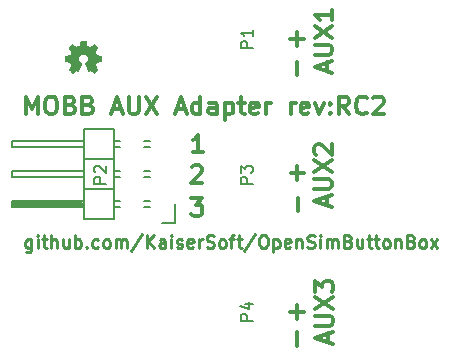
<source format=gbr>
G04 #@! TF.FileFunction,Legend,Top*
%FSLAX46Y46*%
G04 Gerber Fmt 4.6, Leading zero omitted, Abs format (unit mm)*
G04 Created by KiCad (PCBNEW 4.0.4-stable) date 01/15/17 13:56:54*
%MOMM*%
%LPD*%
G01*
G04 APERTURE LIST*
%ADD10C,0.100000*%
%ADD11C,0.275000*%
%ADD12C,0.300000*%
%ADD13C,0.150000*%
%ADD14C,0.002540*%
G04 APERTURE END LIST*
D10*
D11*
X232733333Y-145964286D02*
X232733333Y-146854762D01*
X232680952Y-146959524D01*
X232628571Y-147011905D01*
X232523810Y-147064286D01*
X232366667Y-147064286D01*
X232261905Y-147011905D01*
X232733333Y-146645238D02*
X232628571Y-146697619D01*
X232419048Y-146697619D01*
X232314286Y-146645238D01*
X232261905Y-146592857D01*
X232209524Y-146488095D01*
X232209524Y-146173810D01*
X232261905Y-146069048D01*
X232314286Y-146016667D01*
X232419048Y-145964286D01*
X232628571Y-145964286D01*
X232733333Y-146016667D01*
X233257143Y-146697619D02*
X233257143Y-145964286D01*
X233257143Y-145597619D02*
X233204762Y-145650000D01*
X233257143Y-145702381D01*
X233309524Y-145650000D01*
X233257143Y-145597619D01*
X233257143Y-145702381D01*
X233623810Y-145964286D02*
X234042858Y-145964286D01*
X233780953Y-145597619D02*
X233780953Y-146540476D01*
X233833334Y-146645238D01*
X233938096Y-146697619D01*
X234042858Y-146697619D01*
X234409524Y-146697619D02*
X234409524Y-145597619D01*
X234880952Y-146697619D02*
X234880952Y-146121429D01*
X234828571Y-146016667D01*
X234723809Y-145964286D01*
X234566667Y-145964286D01*
X234461905Y-146016667D01*
X234409524Y-146069048D01*
X235876190Y-145964286D02*
X235876190Y-146697619D01*
X235404762Y-145964286D02*
X235404762Y-146540476D01*
X235457143Y-146645238D01*
X235561905Y-146697619D01*
X235719047Y-146697619D01*
X235823809Y-146645238D01*
X235876190Y-146592857D01*
X236400000Y-146697619D02*
X236400000Y-145597619D01*
X236400000Y-146016667D02*
X236504762Y-145964286D01*
X236714285Y-145964286D01*
X236819047Y-146016667D01*
X236871428Y-146069048D01*
X236923809Y-146173810D01*
X236923809Y-146488095D01*
X236871428Y-146592857D01*
X236819047Y-146645238D01*
X236714285Y-146697619D01*
X236504762Y-146697619D01*
X236400000Y-146645238D01*
X237395238Y-146592857D02*
X237447619Y-146645238D01*
X237395238Y-146697619D01*
X237342857Y-146645238D01*
X237395238Y-146592857D01*
X237395238Y-146697619D01*
X238390476Y-146645238D02*
X238285714Y-146697619D01*
X238076191Y-146697619D01*
X237971429Y-146645238D01*
X237919048Y-146592857D01*
X237866667Y-146488095D01*
X237866667Y-146173810D01*
X237919048Y-146069048D01*
X237971429Y-146016667D01*
X238076191Y-145964286D01*
X238285714Y-145964286D01*
X238390476Y-146016667D01*
X239019048Y-146697619D02*
X238914286Y-146645238D01*
X238861905Y-146592857D01*
X238809524Y-146488095D01*
X238809524Y-146173810D01*
X238861905Y-146069048D01*
X238914286Y-146016667D01*
X239019048Y-145964286D01*
X239176190Y-145964286D01*
X239280952Y-146016667D01*
X239333333Y-146069048D01*
X239385714Y-146173810D01*
X239385714Y-146488095D01*
X239333333Y-146592857D01*
X239280952Y-146645238D01*
X239176190Y-146697619D01*
X239019048Y-146697619D01*
X239857143Y-146697619D02*
X239857143Y-145964286D01*
X239857143Y-146069048D02*
X239909524Y-146016667D01*
X240014286Y-145964286D01*
X240171428Y-145964286D01*
X240276190Y-146016667D01*
X240328571Y-146121429D01*
X240328571Y-146697619D01*
X240328571Y-146121429D02*
X240380952Y-146016667D01*
X240485714Y-145964286D01*
X240642857Y-145964286D01*
X240747619Y-146016667D01*
X240800000Y-146121429D01*
X240800000Y-146697619D01*
X242109524Y-145545238D02*
X241166667Y-146959524D01*
X242476191Y-146697619D02*
X242476191Y-145597619D01*
X243104762Y-146697619D02*
X242633334Y-146069048D01*
X243104762Y-145597619D02*
X242476191Y-146226190D01*
X244047619Y-146697619D02*
X244047619Y-146121429D01*
X243995238Y-146016667D01*
X243890476Y-145964286D01*
X243680953Y-145964286D01*
X243576191Y-146016667D01*
X244047619Y-146645238D02*
X243942857Y-146697619D01*
X243680953Y-146697619D01*
X243576191Y-146645238D01*
X243523810Y-146540476D01*
X243523810Y-146435714D01*
X243576191Y-146330952D01*
X243680953Y-146278571D01*
X243942857Y-146278571D01*
X244047619Y-146226190D01*
X244571429Y-146697619D02*
X244571429Y-145964286D01*
X244571429Y-145597619D02*
X244519048Y-145650000D01*
X244571429Y-145702381D01*
X244623810Y-145650000D01*
X244571429Y-145597619D01*
X244571429Y-145702381D01*
X245042858Y-146645238D02*
X245147620Y-146697619D01*
X245357144Y-146697619D01*
X245461905Y-146645238D01*
X245514286Y-146540476D01*
X245514286Y-146488095D01*
X245461905Y-146383333D01*
X245357144Y-146330952D01*
X245200001Y-146330952D01*
X245095239Y-146278571D01*
X245042858Y-146173810D01*
X245042858Y-146121429D01*
X245095239Y-146016667D01*
X245200001Y-145964286D01*
X245357144Y-145964286D01*
X245461905Y-146016667D01*
X246404762Y-146645238D02*
X246300000Y-146697619D01*
X246090477Y-146697619D01*
X245985715Y-146645238D01*
X245933334Y-146540476D01*
X245933334Y-146121429D01*
X245985715Y-146016667D01*
X246090477Y-145964286D01*
X246300000Y-145964286D01*
X246404762Y-146016667D01*
X246457143Y-146121429D01*
X246457143Y-146226190D01*
X245933334Y-146330952D01*
X246928572Y-146697619D02*
X246928572Y-145964286D01*
X246928572Y-146173810D02*
X246980953Y-146069048D01*
X247033334Y-146016667D01*
X247138096Y-145964286D01*
X247242857Y-145964286D01*
X247557143Y-146645238D02*
X247714286Y-146697619D01*
X247976190Y-146697619D01*
X248080952Y-146645238D01*
X248133333Y-146592857D01*
X248185714Y-146488095D01*
X248185714Y-146383333D01*
X248133333Y-146278571D01*
X248080952Y-146226190D01*
X247976190Y-146173810D01*
X247766667Y-146121429D01*
X247661905Y-146069048D01*
X247609524Y-146016667D01*
X247557143Y-145911905D01*
X247557143Y-145807143D01*
X247609524Y-145702381D01*
X247661905Y-145650000D01*
X247766667Y-145597619D01*
X248028571Y-145597619D01*
X248185714Y-145650000D01*
X248814286Y-146697619D02*
X248709524Y-146645238D01*
X248657143Y-146592857D01*
X248604762Y-146488095D01*
X248604762Y-146173810D01*
X248657143Y-146069048D01*
X248709524Y-146016667D01*
X248814286Y-145964286D01*
X248971428Y-145964286D01*
X249076190Y-146016667D01*
X249128571Y-146069048D01*
X249180952Y-146173810D01*
X249180952Y-146488095D01*
X249128571Y-146592857D01*
X249076190Y-146645238D01*
X248971428Y-146697619D01*
X248814286Y-146697619D01*
X249495238Y-145964286D02*
X249914286Y-145964286D01*
X249652381Y-146697619D02*
X249652381Y-145754762D01*
X249704762Y-145650000D01*
X249809524Y-145597619D01*
X249914286Y-145597619D01*
X250123809Y-145964286D02*
X250542857Y-145964286D01*
X250280952Y-145597619D02*
X250280952Y-146540476D01*
X250333333Y-146645238D01*
X250438095Y-146697619D01*
X250542857Y-146697619D01*
X251695237Y-145545238D02*
X250752380Y-146959524D01*
X252271428Y-145597619D02*
X252480951Y-145597619D01*
X252585713Y-145650000D01*
X252690475Y-145754762D01*
X252742856Y-145964286D01*
X252742856Y-146330952D01*
X252690475Y-146540476D01*
X252585713Y-146645238D01*
X252480951Y-146697619D01*
X252271428Y-146697619D01*
X252166666Y-146645238D01*
X252061904Y-146540476D01*
X252009523Y-146330952D01*
X252009523Y-145964286D01*
X252061904Y-145754762D01*
X252166666Y-145650000D01*
X252271428Y-145597619D01*
X253214285Y-145964286D02*
X253214285Y-147064286D01*
X253214285Y-146016667D02*
X253319047Y-145964286D01*
X253528570Y-145964286D01*
X253633332Y-146016667D01*
X253685713Y-146069048D01*
X253738094Y-146173810D01*
X253738094Y-146488095D01*
X253685713Y-146592857D01*
X253633332Y-146645238D01*
X253528570Y-146697619D01*
X253319047Y-146697619D01*
X253214285Y-146645238D01*
X254628570Y-146645238D02*
X254523808Y-146697619D01*
X254314285Y-146697619D01*
X254209523Y-146645238D01*
X254157142Y-146540476D01*
X254157142Y-146121429D01*
X254209523Y-146016667D01*
X254314285Y-145964286D01*
X254523808Y-145964286D01*
X254628570Y-146016667D01*
X254680951Y-146121429D01*
X254680951Y-146226190D01*
X254157142Y-146330952D01*
X255152380Y-145964286D02*
X255152380Y-146697619D01*
X255152380Y-146069048D02*
X255204761Y-146016667D01*
X255309523Y-145964286D01*
X255466665Y-145964286D01*
X255571427Y-146016667D01*
X255623808Y-146121429D01*
X255623808Y-146697619D01*
X256095237Y-146645238D02*
X256252380Y-146697619D01*
X256514284Y-146697619D01*
X256619046Y-146645238D01*
X256671427Y-146592857D01*
X256723808Y-146488095D01*
X256723808Y-146383333D01*
X256671427Y-146278571D01*
X256619046Y-146226190D01*
X256514284Y-146173810D01*
X256304761Y-146121429D01*
X256199999Y-146069048D01*
X256147618Y-146016667D01*
X256095237Y-145911905D01*
X256095237Y-145807143D01*
X256147618Y-145702381D01*
X256199999Y-145650000D01*
X256304761Y-145597619D01*
X256566665Y-145597619D01*
X256723808Y-145650000D01*
X257195237Y-146697619D02*
X257195237Y-145964286D01*
X257195237Y-145597619D02*
X257142856Y-145650000D01*
X257195237Y-145702381D01*
X257247618Y-145650000D01*
X257195237Y-145597619D01*
X257195237Y-145702381D01*
X257719047Y-146697619D02*
X257719047Y-145964286D01*
X257719047Y-146069048D02*
X257771428Y-146016667D01*
X257876190Y-145964286D01*
X258033332Y-145964286D01*
X258138094Y-146016667D01*
X258190475Y-146121429D01*
X258190475Y-146697619D01*
X258190475Y-146121429D02*
X258242856Y-146016667D01*
X258347618Y-145964286D01*
X258504761Y-145964286D01*
X258609523Y-146016667D01*
X258661904Y-146121429D01*
X258661904Y-146697619D01*
X259552380Y-146121429D02*
X259709523Y-146173810D01*
X259761904Y-146226190D01*
X259814285Y-146330952D01*
X259814285Y-146488095D01*
X259761904Y-146592857D01*
X259709523Y-146645238D01*
X259604761Y-146697619D01*
X259185714Y-146697619D01*
X259185714Y-145597619D01*
X259552380Y-145597619D01*
X259657142Y-145650000D01*
X259709523Y-145702381D01*
X259761904Y-145807143D01*
X259761904Y-145911905D01*
X259709523Y-146016667D01*
X259657142Y-146069048D01*
X259552380Y-146121429D01*
X259185714Y-146121429D01*
X260757142Y-145964286D02*
X260757142Y-146697619D01*
X260285714Y-145964286D02*
X260285714Y-146540476D01*
X260338095Y-146645238D01*
X260442857Y-146697619D01*
X260599999Y-146697619D01*
X260704761Y-146645238D01*
X260757142Y-146592857D01*
X261123809Y-145964286D02*
X261542857Y-145964286D01*
X261280952Y-145597619D02*
X261280952Y-146540476D01*
X261333333Y-146645238D01*
X261438095Y-146697619D01*
X261542857Y-146697619D01*
X261752380Y-145964286D02*
X262171428Y-145964286D01*
X261909523Y-145597619D02*
X261909523Y-146540476D01*
X261961904Y-146645238D01*
X262066666Y-146697619D01*
X262171428Y-146697619D01*
X262695237Y-146697619D02*
X262590475Y-146645238D01*
X262538094Y-146592857D01*
X262485713Y-146488095D01*
X262485713Y-146173810D01*
X262538094Y-146069048D01*
X262590475Y-146016667D01*
X262695237Y-145964286D01*
X262852379Y-145964286D01*
X262957141Y-146016667D01*
X263009522Y-146069048D01*
X263061903Y-146173810D01*
X263061903Y-146488095D01*
X263009522Y-146592857D01*
X262957141Y-146645238D01*
X262852379Y-146697619D01*
X262695237Y-146697619D01*
X263533332Y-145964286D02*
X263533332Y-146697619D01*
X263533332Y-146069048D02*
X263585713Y-146016667D01*
X263690475Y-145964286D01*
X263847617Y-145964286D01*
X263952379Y-146016667D01*
X264004760Y-146121429D01*
X264004760Y-146697619D01*
X264895236Y-146121429D02*
X265052379Y-146173810D01*
X265104760Y-146226190D01*
X265157141Y-146330952D01*
X265157141Y-146488095D01*
X265104760Y-146592857D01*
X265052379Y-146645238D01*
X264947617Y-146697619D01*
X264528570Y-146697619D01*
X264528570Y-145597619D01*
X264895236Y-145597619D01*
X264999998Y-145650000D01*
X265052379Y-145702381D01*
X265104760Y-145807143D01*
X265104760Y-145911905D01*
X265052379Y-146016667D01*
X264999998Y-146069048D01*
X264895236Y-146121429D01*
X264528570Y-146121429D01*
X265785713Y-146697619D02*
X265680951Y-146645238D01*
X265628570Y-146592857D01*
X265576189Y-146488095D01*
X265576189Y-146173810D01*
X265628570Y-146069048D01*
X265680951Y-146016667D01*
X265785713Y-145964286D01*
X265942855Y-145964286D01*
X266047617Y-146016667D01*
X266099998Y-146069048D01*
X266152379Y-146173810D01*
X266152379Y-146488095D01*
X266099998Y-146592857D01*
X266047617Y-146645238D01*
X265942855Y-146697619D01*
X265785713Y-146697619D01*
X266519046Y-146697619D02*
X267095236Y-145964286D01*
X266519046Y-145964286D02*
X267095236Y-146697619D01*
D12*
X232257143Y-135378571D02*
X232257143Y-133878571D01*
X232757143Y-134950000D01*
X233257143Y-133878571D01*
X233257143Y-135378571D01*
X234257143Y-133878571D02*
X234542857Y-133878571D01*
X234685715Y-133950000D01*
X234828572Y-134092857D01*
X234900000Y-134378571D01*
X234900000Y-134878571D01*
X234828572Y-135164286D01*
X234685715Y-135307143D01*
X234542857Y-135378571D01*
X234257143Y-135378571D01*
X234114286Y-135307143D01*
X233971429Y-135164286D01*
X233900000Y-134878571D01*
X233900000Y-134378571D01*
X233971429Y-134092857D01*
X234114286Y-133950000D01*
X234257143Y-133878571D01*
X236042858Y-134592857D02*
X236257144Y-134664286D01*
X236328572Y-134735714D01*
X236400001Y-134878571D01*
X236400001Y-135092857D01*
X236328572Y-135235714D01*
X236257144Y-135307143D01*
X236114286Y-135378571D01*
X235542858Y-135378571D01*
X235542858Y-133878571D01*
X236042858Y-133878571D01*
X236185715Y-133950000D01*
X236257144Y-134021429D01*
X236328572Y-134164286D01*
X236328572Y-134307143D01*
X236257144Y-134450000D01*
X236185715Y-134521429D01*
X236042858Y-134592857D01*
X235542858Y-134592857D01*
X237542858Y-134592857D02*
X237757144Y-134664286D01*
X237828572Y-134735714D01*
X237900001Y-134878571D01*
X237900001Y-135092857D01*
X237828572Y-135235714D01*
X237757144Y-135307143D01*
X237614286Y-135378571D01*
X237042858Y-135378571D01*
X237042858Y-133878571D01*
X237542858Y-133878571D01*
X237685715Y-133950000D01*
X237757144Y-134021429D01*
X237828572Y-134164286D01*
X237828572Y-134307143D01*
X237757144Y-134450000D01*
X237685715Y-134521429D01*
X237542858Y-134592857D01*
X237042858Y-134592857D01*
X239614286Y-134950000D02*
X240328572Y-134950000D01*
X239471429Y-135378571D02*
X239971429Y-133878571D01*
X240471429Y-135378571D01*
X240971429Y-133878571D02*
X240971429Y-135092857D01*
X241042857Y-135235714D01*
X241114286Y-135307143D01*
X241257143Y-135378571D01*
X241542857Y-135378571D01*
X241685715Y-135307143D01*
X241757143Y-135235714D01*
X241828572Y-135092857D01*
X241828572Y-133878571D01*
X242400001Y-133878571D02*
X243400001Y-135378571D01*
X243400001Y-133878571D02*
X242400001Y-135378571D01*
X245042857Y-134950000D02*
X245757143Y-134950000D01*
X244900000Y-135378571D02*
X245400000Y-133878571D01*
X245900000Y-135378571D01*
X247042857Y-135378571D02*
X247042857Y-133878571D01*
X247042857Y-135307143D02*
X246900000Y-135378571D01*
X246614286Y-135378571D01*
X246471428Y-135307143D01*
X246400000Y-135235714D01*
X246328571Y-135092857D01*
X246328571Y-134664286D01*
X246400000Y-134521429D01*
X246471428Y-134450000D01*
X246614286Y-134378571D01*
X246900000Y-134378571D01*
X247042857Y-134450000D01*
X248400000Y-135378571D02*
X248400000Y-134592857D01*
X248328571Y-134450000D01*
X248185714Y-134378571D01*
X247900000Y-134378571D01*
X247757143Y-134450000D01*
X248400000Y-135307143D02*
X248257143Y-135378571D01*
X247900000Y-135378571D01*
X247757143Y-135307143D01*
X247685714Y-135164286D01*
X247685714Y-135021429D01*
X247757143Y-134878571D01*
X247900000Y-134807143D01*
X248257143Y-134807143D01*
X248400000Y-134735714D01*
X249114286Y-134378571D02*
X249114286Y-135878571D01*
X249114286Y-134450000D02*
X249257143Y-134378571D01*
X249542857Y-134378571D01*
X249685714Y-134450000D01*
X249757143Y-134521429D01*
X249828572Y-134664286D01*
X249828572Y-135092857D01*
X249757143Y-135235714D01*
X249685714Y-135307143D01*
X249542857Y-135378571D01*
X249257143Y-135378571D01*
X249114286Y-135307143D01*
X250257143Y-134378571D02*
X250828572Y-134378571D01*
X250471429Y-133878571D02*
X250471429Y-135164286D01*
X250542857Y-135307143D01*
X250685715Y-135378571D01*
X250828572Y-135378571D01*
X251900000Y-135307143D02*
X251757143Y-135378571D01*
X251471429Y-135378571D01*
X251328572Y-135307143D01*
X251257143Y-135164286D01*
X251257143Y-134592857D01*
X251328572Y-134450000D01*
X251471429Y-134378571D01*
X251757143Y-134378571D01*
X251900000Y-134450000D01*
X251971429Y-134592857D01*
X251971429Y-134735714D01*
X251257143Y-134878571D01*
X252614286Y-135378571D02*
X252614286Y-134378571D01*
X252614286Y-134664286D02*
X252685714Y-134521429D01*
X252757143Y-134450000D01*
X252900000Y-134378571D01*
X253042857Y-134378571D01*
X254685714Y-135378571D02*
X254685714Y-134378571D01*
X254685714Y-134664286D02*
X254757142Y-134521429D01*
X254828571Y-134450000D01*
X254971428Y-134378571D01*
X255114285Y-134378571D01*
X256185713Y-135307143D02*
X256042856Y-135378571D01*
X255757142Y-135378571D01*
X255614285Y-135307143D01*
X255542856Y-135164286D01*
X255542856Y-134592857D01*
X255614285Y-134450000D01*
X255757142Y-134378571D01*
X256042856Y-134378571D01*
X256185713Y-134450000D01*
X256257142Y-134592857D01*
X256257142Y-134735714D01*
X255542856Y-134878571D01*
X256757142Y-134378571D02*
X257114285Y-135378571D01*
X257471427Y-134378571D01*
X258042856Y-135235714D02*
X258114284Y-135307143D01*
X258042856Y-135378571D01*
X257971427Y-135307143D01*
X258042856Y-135235714D01*
X258042856Y-135378571D01*
X258042856Y-134450000D02*
X258114284Y-134521429D01*
X258042856Y-134592857D01*
X257971427Y-134521429D01*
X258042856Y-134450000D01*
X258042856Y-134592857D01*
X259614285Y-135378571D02*
X259114285Y-134664286D01*
X258757142Y-135378571D02*
X258757142Y-133878571D01*
X259328570Y-133878571D01*
X259471428Y-133950000D01*
X259542856Y-134021429D01*
X259614285Y-134164286D01*
X259614285Y-134378571D01*
X259542856Y-134521429D01*
X259471428Y-134592857D01*
X259328570Y-134664286D01*
X258757142Y-134664286D01*
X261114285Y-135235714D02*
X261042856Y-135307143D01*
X260828570Y-135378571D01*
X260685713Y-135378571D01*
X260471428Y-135307143D01*
X260328570Y-135164286D01*
X260257142Y-135021429D01*
X260185713Y-134735714D01*
X260185713Y-134521429D01*
X260257142Y-134235714D01*
X260328570Y-134092857D01*
X260471428Y-133950000D01*
X260685713Y-133878571D01*
X260828570Y-133878571D01*
X261042856Y-133950000D01*
X261114285Y-134021429D01*
X261685713Y-134021429D02*
X261757142Y-133950000D01*
X261899999Y-133878571D01*
X262257142Y-133878571D01*
X262399999Y-133950000D01*
X262471428Y-134021429D01*
X262542856Y-134164286D01*
X262542856Y-134307143D01*
X262471428Y-134521429D01*
X261614285Y-135378571D01*
X262542856Y-135378571D01*
X257850000Y-154646428D02*
X257850000Y-153932142D01*
X258278571Y-154789285D02*
X256778571Y-154289285D01*
X258278571Y-153789285D01*
X256778571Y-153289285D02*
X257992857Y-153289285D01*
X258135714Y-153217857D01*
X258207143Y-153146428D01*
X258278571Y-153003571D01*
X258278571Y-152717857D01*
X258207143Y-152574999D01*
X258135714Y-152503571D01*
X257992857Y-152432142D01*
X256778571Y-152432142D01*
X256778571Y-151860713D02*
X258278571Y-150860713D01*
X256778571Y-150860713D02*
X258278571Y-151860713D01*
X256778571Y-150432142D02*
X256778571Y-149503571D01*
X257350000Y-150003571D01*
X257350000Y-149789285D01*
X257421429Y-149646428D01*
X257492857Y-149574999D01*
X257635714Y-149503571D01*
X257992857Y-149503571D01*
X258135714Y-149574999D01*
X258207143Y-149646428D01*
X258278571Y-149789285D01*
X258278571Y-150217857D01*
X258207143Y-150360714D01*
X258135714Y-150432142D01*
X254628572Y-129007143D02*
X255771429Y-129007143D01*
X255200000Y-129578571D02*
X255200000Y-128435714D01*
X255207143Y-132071428D02*
X255207143Y-130928571D01*
X255207143Y-154971428D02*
X255207143Y-153828571D01*
X254628572Y-152107143D02*
X255771429Y-152107143D01*
X255200000Y-152678571D02*
X255200000Y-151535714D01*
X255307143Y-143571428D02*
X255307143Y-142428571D01*
X254678572Y-140357143D02*
X255821429Y-140357143D01*
X255250000Y-140928571D02*
X255250000Y-139785714D01*
X257775000Y-131696428D02*
X257775000Y-130982142D01*
X258203571Y-131839285D02*
X256703571Y-131339285D01*
X258203571Y-130839285D01*
X256703571Y-130339285D02*
X257917857Y-130339285D01*
X258060714Y-130267857D01*
X258132143Y-130196428D01*
X258203571Y-130053571D01*
X258203571Y-129767857D01*
X258132143Y-129624999D01*
X258060714Y-129553571D01*
X257917857Y-129482142D01*
X256703571Y-129482142D01*
X256703571Y-128910713D02*
X258203571Y-127910713D01*
X256703571Y-127910713D02*
X258203571Y-128910713D01*
X258203571Y-126553571D02*
X258203571Y-127410714D01*
X258203571Y-126982142D02*
X256703571Y-126982142D01*
X256917857Y-127124999D01*
X257060714Y-127267857D01*
X257132143Y-127410714D01*
X257750000Y-143071428D02*
X257750000Y-142357142D01*
X258178571Y-143214285D02*
X256678571Y-142714285D01*
X258178571Y-142214285D01*
X256678571Y-141714285D02*
X257892857Y-141714285D01*
X258035714Y-141642857D01*
X258107143Y-141571428D01*
X258178571Y-141428571D01*
X258178571Y-141142857D01*
X258107143Y-140999999D01*
X258035714Y-140928571D01*
X257892857Y-140857142D01*
X256678571Y-140857142D01*
X256678571Y-140285713D02*
X258178571Y-139285713D01*
X256678571Y-139285713D02*
X258178571Y-140285713D01*
X256821429Y-138785714D02*
X256750000Y-138714285D01*
X256678571Y-138571428D01*
X256678571Y-138214285D01*
X256750000Y-138071428D01*
X256821429Y-137999999D01*
X256964286Y-137928571D01*
X257107143Y-137928571D01*
X257321429Y-137999999D01*
X258178571Y-138857142D01*
X258178571Y-137928571D01*
X246275001Y-142453571D02*
X247203572Y-142453571D01*
X246703572Y-143025000D01*
X246917858Y-143025000D01*
X247060715Y-143096429D01*
X247132144Y-143167857D01*
X247203572Y-143310714D01*
X247203572Y-143667857D01*
X247132144Y-143810714D01*
X247060715Y-143882143D01*
X246917858Y-143953571D01*
X246489286Y-143953571D01*
X246346429Y-143882143D01*
X246275001Y-143810714D01*
X246321429Y-139821429D02*
X246392858Y-139750000D01*
X246535715Y-139678571D01*
X246892858Y-139678571D01*
X247035715Y-139750000D01*
X247107144Y-139821429D01*
X247178572Y-139964286D01*
X247178572Y-140107143D01*
X247107144Y-140321429D01*
X246250001Y-141178571D01*
X247178572Y-141178571D01*
X247253572Y-138603571D02*
X246396429Y-138603571D01*
X246825001Y-138603571D02*
X246825001Y-137103571D01*
X246682144Y-137317857D01*
X246539286Y-137460714D01*
X246396429Y-137532143D01*
D13*
X242226000Y-137666000D02*
X242734000Y-137666000D01*
X242226000Y-138174000D02*
X242734000Y-138174000D01*
X242226000Y-140206000D02*
X242734000Y-140206000D01*
X242226000Y-140714000D02*
X242734000Y-140714000D01*
X242226000Y-142746000D02*
X242734000Y-142746000D01*
X242226000Y-143254000D02*
X242734000Y-143254000D01*
X239686000Y-140714000D02*
X240194000Y-140714000D01*
X239686000Y-140206000D02*
X240194000Y-140206000D01*
X239686000Y-138174000D02*
X240194000Y-138174000D01*
X239686000Y-137666000D02*
X240194000Y-137666000D01*
X239686000Y-143254000D02*
X240194000Y-143254000D01*
X239686000Y-142746000D02*
X240194000Y-142746000D01*
X243750000Y-144550000D02*
X244900000Y-144550000D01*
X244900000Y-144550000D02*
X244900000Y-143000000D01*
X237146000Y-143127000D02*
X231177000Y-143127000D01*
X231177000Y-143127000D02*
X231177000Y-142873000D01*
X231177000Y-142873000D02*
X237019000Y-142873000D01*
X237019000Y-142873000D02*
X237019000Y-143000000D01*
X237019000Y-143000000D02*
X231177000Y-143000000D01*
X239686000Y-141730000D02*
X239686000Y-139190000D01*
X239686000Y-139190000D02*
X237146000Y-139190000D01*
X237146000Y-140714000D02*
X231050000Y-140714000D01*
X231050000Y-140714000D02*
X231050000Y-140206000D01*
X231050000Y-140206000D02*
X237146000Y-140206000D01*
X237146000Y-139190000D02*
X237146000Y-141730000D01*
X239686000Y-136650000D02*
X237146000Y-136650000D01*
X237146000Y-136650000D02*
X237146000Y-139190000D01*
X231050000Y-137666000D02*
X237146000Y-137666000D01*
X231050000Y-138174000D02*
X231050000Y-137666000D01*
X237146000Y-138174000D02*
X231050000Y-138174000D01*
X239686000Y-136650000D02*
X237146000Y-136650000D01*
X239686000Y-139190000D02*
X239686000Y-136650000D01*
X239686000Y-139190000D02*
X237146000Y-139190000D01*
X239686000Y-141730000D02*
X237146000Y-141730000D01*
X237146000Y-141730000D02*
X237146000Y-144270000D01*
X231050000Y-142746000D02*
X237146000Y-142746000D01*
X231050000Y-143254000D02*
X231050000Y-142746000D01*
X237146000Y-143254000D02*
X231050000Y-143254000D01*
X239686000Y-141730000D02*
X237146000Y-141730000D01*
X239686000Y-144270000D02*
X239686000Y-141730000D01*
X239686000Y-144270000D02*
X237146000Y-144270000D01*
D14*
G36*
X236190680Y-131846200D02*
X236208460Y-131838580D01*
X236241480Y-131815720D01*
X236292280Y-131782700D01*
X236350700Y-131744600D01*
X236411660Y-131703960D01*
X236459920Y-131670940D01*
X236495480Y-131648080D01*
X236508180Y-131640460D01*
X236515800Y-131643000D01*
X236543740Y-131658240D01*
X236584380Y-131678560D01*
X236609780Y-131691260D01*
X236647880Y-131706500D01*
X236665660Y-131711580D01*
X236668200Y-131706500D01*
X236683440Y-131676020D01*
X236703760Y-131627760D01*
X236731700Y-131561720D01*
X236764720Y-131485520D01*
X236800280Y-131404240D01*
X236833300Y-131320420D01*
X236866320Y-131241680D01*
X236896800Y-131168020D01*
X236919660Y-131109600D01*
X236934900Y-131068960D01*
X236942520Y-131051180D01*
X236939980Y-131048640D01*
X236922200Y-131030860D01*
X236889180Y-131005460D01*
X236818060Y-130947040D01*
X236746940Y-130860680D01*
X236703760Y-130761620D01*
X236691060Y-130649860D01*
X236701220Y-130548260D01*
X236741860Y-130451740D01*
X236810440Y-130362840D01*
X236894260Y-130296800D01*
X236990780Y-130256160D01*
X237100000Y-130243460D01*
X237204140Y-130253620D01*
X237303200Y-130294260D01*
X237392100Y-130360300D01*
X237430200Y-130403480D01*
X237481000Y-130494920D01*
X237511480Y-130588900D01*
X237514020Y-130611760D01*
X237508940Y-130718440D01*
X237478460Y-130820040D01*
X237422580Y-130908940D01*
X237346380Y-130982600D01*
X237336220Y-130990220D01*
X237300660Y-131018160D01*
X237275260Y-131035940D01*
X237257480Y-131051180D01*
X237392100Y-131373760D01*
X237412420Y-131424560D01*
X237450520Y-131513460D01*
X237481000Y-131589660D01*
X237508940Y-131650620D01*
X237526720Y-131691260D01*
X237534340Y-131706500D01*
X237534340Y-131706500D01*
X237547040Y-131709040D01*
X237569900Y-131701420D01*
X237615620Y-131678560D01*
X237646100Y-131663320D01*
X237679120Y-131648080D01*
X237694360Y-131640460D01*
X237709600Y-131648080D01*
X237742620Y-131668400D01*
X237788340Y-131701420D01*
X237846760Y-131739520D01*
X237902640Y-131777620D01*
X237953440Y-131810640D01*
X237989000Y-131836040D01*
X238006780Y-131843660D01*
X238009320Y-131843660D01*
X238027100Y-131836040D01*
X238055040Y-131810640D01*
X238098220Y-131770000D01*
X238161720Y-131709040D01*
X238171880Y-131698880D01*
X238222680Y-131648080D01*
X238263320Y-131602360D01*
X238291260Y-131571880D01*
X238301420Y-131559180D01*
X238301420Y-131559180D01*
X238291260Y-131541400D01*
X238268400Y-131503300D01*
X238235380Y-131452500D01*
X238194740Y-131391540D01*
X238088060Y-131236600D01*
X238146480Y-131091820D01*
X238164260Y-131046100D01*
X238187120Y-130990220D01*
X238204900Y-130952120D01*
X238212520Y-130934340D01*
X238230300Y-130929260D01*
X238268400Y-130919100D01*
X238326820Y-130908940D01*
X238397940Y-130896240D01*
X238463980Y-130883540D01*
X238522400Y-130870840D01*
X238565580Y-130863220D01*
X238585900Y-130860680D01*
X238590980Y-130855600D01*
X238593520Y-130847980D01*
X238596060Y-130827660D01*
X238598600Y-130789560D01*
X238598600Y-130733680D01*
X238598600Y-130649860D01*
X238598600Y-130642240D01*
X238598600Y-130563500D01*
X238596060Y-130500000D01*
X238593520Y-130461900D01*
X238590980Y-130444120D01*
X238590980Y-130444120D01*
X238573200Y-130439040D01*
X238530020Y-130431420D01*
X238471600Y-130418720D01*
X238400480Y-130406020D01*
X238395400Y-130406020D01*
X238324280Y-130390780D01*
X238265860Y-130378080D01*
X238222680Y-130370460D01*
X238204900Y-130362840D01*
X238202360Y-130357760D01*
X238187120Y-130329820D01*
X238166800Y-130286640D01*
X238143940Y-130233300D01*
X238121080Y-130177420D01*
X238100760Y-130126620D01*
X238088060Y-130091060D01*
X238082980Y-130073280D01*
X238082980Y-130073280D01*
X238093140Y-130055500D01*
X238118540Y-130019940D01*
X238154100Y-129969140D01*
X238194740Y-129908180D01*
X238197280Y-129903100D01*
X238237920Y-129842140D01*
X238270940Y-129791340D01*
X238293800Y-129755780D01*
X238301420Y-129740540D01*
X238301420Y-129738000D01*
X238288720Y-129720220D01*
X238258240Y-129687200D01*
X238212520Y-129641480D01*
X238161720Y-129588140D01*
X238143940Y-129572900D01*
X238085520Y-129514480D01*
X238044880Y-129478920D01*
X238019480Y-129458600D01*
X238009320Y-129453520D01*
X238006780Y-129453520D01*
X237989000Y-129463680D01*
X237950900Y-129489080D01*
X237900100Y-129524640D01*
X237839140Y-129565280D01*
X237836600Y-129567820D01*
X237775640Y-129608460D01*
X237724840Y-129644020D01*
X237689280Y-129666880D01*
X237674040Y-129674500D01*
X237671500Y-129674500D01*
X237648640Y-129669420D01*
X237605460Y-129654180D01*
X237552120Y-129633860D01*
X237496240Y-129611000D01*
X237445440Y-129590680D01*
X237409880Y-129572900D01*
X237392100Y-129562740D01*
X237389560Y-129562740D01*
X237384480Y-129539880D01*
X237374320Y-129494160D01*
X237361620Y-129433200D01*
X237346380Y-129359540D01*
X237343840Y-129349380D01*
X237331140Y-129275720D01*
X237320980Y-129217300D01*
X237310820Y-129176660D01*
X237308280Y-129158880D01*
X237298120Y-129158880D01*
X237262560Y-129156340D01*
X237209220Y-129153800D01*
X237143180Y-129153800D01*
X237077140Y-129153800D01*
X237011100Y-129153800D01*
X236955220Y-129156340D01*
X236914580Y-129158880D01*
X236896800Y-129163960D01*
X236896800Y-129163960D01*
X236891720Y-129186820D01*
X236881560Y-129230000D01*
X236868860Y-129293500D01*
X236853620Y-129367160D01*
X236851080Y-129379860D01*
X236838380Y-129450980D01*
X236825680Y-129509400D01*
X236818060Y-129550040D01*
X236812980Y-129565280D01*
X236807900Y-129567820D01*
X236777420Y-129583060D01*
X236729160Y-129600840D01*
X236670740Y-129626240D01*
X236533580Y-129682120D01*
X236365940Y-129565280D01*
X236350700Y-129555120D01*
X236289740Y-129514480D01*
X236238940Y-129481460D01*
X236203380Y-129458600D01*
X236190680Y-129450980D01*
X236188140Y-129450980D01*
X236172900Y-129466220D01*
X236139880Y-129496700D01*
X236094160Y-129542420D01*
X236040820Y-129593220D01*
X236000180Y-129633860D01*
X235954460Y-129679580D01*
X235926520Y-129712600D01*
X235908740Y-129732920D01*
X235903660Y-129745620D01*
X235906200Y-129753240D01*
X235916360Y-129771020D01*
X235941760Y-129806580D01*
X235974780Y-129859920D01*
X236015420Y-129918340D01*
X236050980Y-129969140D01*
X236086540Y-130025020D01*
X236109400Y-130065660D01*
X236119560Y-130083440D01*
X236117020Y-130093600D01*
X236104320Y-130126620D01*
X236084000Y-130174880D01*
X236058600Y-130235840D01*
X236000180Y-130367920D01*
X235913820Y-130385700D01*
X235860480Y-130395860D01*
X235786820Y-130408560D01*
X235715700Y-130423800D01*
X235603940Y-130444120D01*
X235601400Y-130847980D01*
X235619180Y-130855600D01*
X235634420Y-130860680D01*
X235675060Y-130870840D01*
X235733480Y-130881000D01*
X235802060Y-130893700D01*
X235863020Y-130906400D01*
X235921440Y-130916560D01*
X235964620Y-130924180D01*
X235982400Y-130929260D01*
X235987480Y-130934340D01*
X236002720Y-130964820D01*
X236023040Y-131010540D01*
X236045900Y-131063880D01*
X236071300Y-131122300D01*
X236091620Y-131173100D01*
X236106860Y-131213740D01*
X236111940Y-131234060D01*
X236104320Y-131249300D01*
X236081460Y-131284860D01*
X236048440Y-131335660D01*
X236007800Y-131394080D01*
X235967160Y-131452500D01*
X235934140Y-131503300D01*
X235908740Y-131538860D01*
X235901120Y-131556640D01*
X235906200Y-131566800D01*
X235929060Y-131594740D01*
X235972240Y-131640460D01*
X236038280Y-131706500D01*
X236050980Y-131716660D01*
X236101780Y-131767460D01*
X236147500Y-131808100D01*
X236177980Y-131836040D01*
X236190680Y-131846200D01*
X236190680Y-131846200D01*
G37*
X236190680Y-131846200D02*
X236208460Y-131838580D01*
X236241480Y-131815720D01*
X236292280Y-131782700D01*
X236350700Y-131744600D01*
X236411660Y-131703960D01*
X236459920Y-131670940D01*
X236495480Y-131648080D01*
X236508180Y-131640460D01*
X236515800Y-131643000D01*
X236543740Y-131658240D01*
X236584380Y-131678560D01*
X236609780Y-131691260D01*
X236647880Y-131706500D01*
X236665660Y-131711580D01*
X236668200Y-131706500D01*
X236683440Y-131676020D01*
X236703760Y-131627760D01*
X236731700Y-131561720D01*
X236764720Y-131485520D01*
X236800280Y-131404240D01*
X236833300Y-131320420D01*
X236866320Y-131241680D01*
X236896800Y-131168020D01*
X236919660Y-131109600D01*
X236934900Y-131068960D01*
X236942520Y-131051180D01*
X236939980Y-131048640D01*
X236922200Y-131030860D01*
X236889180Y-131005460D01*
X236818060Y-130947040D01*
X236746940Y-130860680D01*
X236703760Y-130761620D01*
X236691060Y-130649860D01*
X236701220Y-130548260D01*
X236741860Y-130451740D01*
X236810440Y-130362840D01*
X236894260Y-130296800D01*
X236990780Y-130256160D01*
X237100000Y-130243460D01*
X237204140Y-130253620D01*
X237303200Y-130294260D01*
X237392100Y-130360300D01*
X237430200Y-130403480D01*
X237481000Y-130494920D01*
X237511480Y-130588900D01*
X237514020Y-130611760D01*
X237508940Y-130718440D01*
X237478460Y-130820040D01*
X237422580Y-130908940D01*
X237346380Y-130982600D01*
X237336220Y-130990220D01*
X237300660Y-131018160D01*
X237275260Y-131035940D01*
X237257480Y-131051180D01*
X237392100Y-131373760D01*
X237412420Y-131424560D01*
X237450520Y-131513460D01*
X237481000Y-131589660D01*
X237508940Y-131650620D01*
X237526720Y-131691260D01*
X237534340Y-131706500D01*
X237534340Y-131706500D01*
X237547040Y-131709040D01*
X237569900Y-131701420D01*
X237615620Y-131678560D01*
X237646100Y-131663320D01*
X237679120Y-131648080D01*
X237694360Y-131640460D01*
X237709600Y-131648080D01*
X237742620Y-131668400D01*
X237788340Y-131701420D01*
X237846760Y-131739520D01*
X237902640Y-131777620D01*
X237953440Y-131810640D01*
X237989000Y-131836040D01*
X238006780Y-131843660D01*
X238009320Y-131843660D01*
X238027100Y-131836040D01*
X238055040Y-131810640D01*
X238098220Y-131770000D01*
X238161720Y-131709040D01*
X238171880Y-131698880D01*
X238222680Y-131648080D01*
X238263320Y-131602360D01*
X238291260Y-131571880D01*
X238301420Y-131559180D01*
X238301420Y-131559180D01*
X238291260Y-131541400D01*
X238268400Y-131503300D01*
X238235380Y-131452500D01*
X238194740Y-131391540D01*
X238088060Y-131236600D01*
X238146480Y-131091820D01*
X238164260Y-131046100D01*
X238187120Y-130990220D01*
X238204900Y-130952120D01*
X238212520Y-130934340D01*
X238230300Y-130929260D01*
X238268400Y-130919100D01*
X238326820Y-130908940D01*
X238397940Y-130896240D01*
X238463980Y-130883540D01*
X238522400Y-130870840D01*
X238565580Y-130863220D01*
X238585900Y-130860680D01*
X238590980Y-130855600D01*
X238593520Y-130847980D01*
X238596060Y-130827660D01*
X238598600Y-130789560D01*
X238598600Y-130733680D01*
X238598600Y-130649860D01*
X238598600Y-130642240D01*
X238598600Y-130563500D01*
X238596060Y-130500000D01*
X238593520Y-130461900D01*
X238590980Y-130444120D01*
X238590980Y-130444120D01*
X238573200Y-130439040D01*
X238530020Y-130431420D01*
X238471600Y-130418720D01*
X238400480Y-130406020D01*
X238395400Y-130406020D01*
X238324280Y-130390780D01*
X238265860Y-130378080D01*
X238222680Y-130370460D01*
X238204900Y-130362840D01*
X238202360Y-130357760D01*
X238187120Y-130329820D01*
X238166800Y-130286640D01*
X238143940Y-130233300D01*
X238121080Y-130177420D01*
X238100760Y-130126620D01*
X238088060Y-130091060D01*
X238082980Y-130073280D01*
X238082980Y-130073280D01*
X238093140Y-130055500D01*
X238118540Y-130019940D01*
X238154100Y-129969140D01*
X238194740Y-129908180D01*
X238197280Y-129903100D01*
X238237920Y-129842140D01*
X238270940Y-129791340D01*
X238293800Y-129755780D01*
X238301420Y-129740540D01*
X238301420Y-129738000D01*
X238288720Y-129720220D01*
X238258240Y-129687200D01*
X238212520Y-129641480D01*
X238161720Y-129588140D01*
X238143940Y-129572900D01*
X238085520Y-129514480D01*
X238044880Y-129478920D01*
X238019480Y-129458600D01*
X238009320Y-129453520D01*
X238006780Y-129453520D01*
X237989000Y-129463680D01*
X237950900Y-129489080D01*
X237900100Y-129524640D01*
X237839140Y-129565280D01*
X237836600Y-129567820D01*
X237775640Y-129608460D01*
X237724840Y-129644020D01*
X237689280Y-129666880D01*
X237674040Y-129674500D01*
X237671500Y-129674500D01*
X237648640Y-129669420D01*
X237605460Y-129654180D01*
X237552120Y-129633860D01*
X237496240Y-129611000D01*
X237445440Y-129590680D01*
X237409880Y-129572900D01*
X237392100Y-129562740D01*
X237389560Y-129562740D01*
X237384480Y-129539880D01*
X237374320Y-129494160D01*
X237361620Y-129433200D01*
X237346380Y-129359540D01*
X237343840Y-129349380D01*
X237331140Y-129275720D01*
X237320980Y-129217300D01*
X237310820Y-129176660D01*
X237308280Y-129158880D01*
X237298120Y-129158880D01*
X237262560Y-129156340D01*
X237209220Y-129153800D01*
X237143180Y-129153800D01*
X237077140Y-129153800D01*
X237011100Y-129153800D01*
X236955220Y-129156340D01*
X236914580Y-129158880D01*
X236896800Y-129163960D01*
X236896800Y-129163960D01*
X236891720Y-129186820D01*
X236881560Y-129230000D01*
X236868860Y-129293500D01*
X236853620Y-129367160D01*
X236851080Y-129379860D01*
X236838380Y-129450980D01*
X236825680Y-129509400D01*
X236818060Y-129550040D01*
X236812980Y-129565280D01*
X236807900Y-129567820D01*
X236777420Y-129583060D01*
X236729160Y-129600840D01*
X236670740Y-129626240D01*
X236533580Y-129682120D01*
X236365940Y-129565280D01*
X236350700Y-129555120D01*
X236289740Y-129514480D01*
X236238940Y-129481460D01*
X236203380Y-129458600D01*
X236190680Y-129450980D01*
X236188140Y-129450980D01*
X236172900Y-129466220D01*
X236139880Y-129496700D01*
X236094160Y-129542420D01*
X236040820Y-129593220D01*
X236000180Y-129633860D01*
X235954460Y-129679580D01*
X235926520Y-129712600D01*
X235908740Y-129732920D01*
X235903660Y-129745620D01*
X235906200Y-129753240D01*
X235916360Y-129771020D01*
X235941760Y-129806580D01*
X235974780Y-129859920D01*
X236015420Y-129918340D01*
X236050980Y-129969140D01*
X236086540Y-130025020D01*
X236109400Y-130065660D01*
X236119560Y-130083440D01*
X236117020Y-130093600D01*
X236104320Y-130126620D01*
X236084000Y-130174880D01*
X236058600Y-130235840D01*
X236000180Y-130367920D01*
X235913820Y-130385700D01*
X235860480Y-130395860D01*
X235786820Y-130408560D01*
X235715700Y-130423800D01*
X235603940Y-130444120D01*
X235601400Y-130847980D01*
X235619180Y-130855600D01*
X235634420Y-130860680D01*
X235675060Y-130870840D01*
X235733480Y-130881000D01*
X235802060Y-130893700D01*
X235863020Y-130906400D01*
X235921440Y-130916560D01*
X235964620Y-130924180D01*
X235982400Y-130929260D01*
X235987480Y-130934340D01*
X236002720Y-130964820D01*
X236023040Y-131010540D01*
X236045900Y-131063880D01*
X236071300Y-131122300D01*
X236091620Y-131173100D01*
X236106860Y-131213740D01*
X236111940Y-131234060D01*
X236104320Y-131249300D01*
X236081460Y-131284860D01*
X236048440Y-131335660D01*
X236007800Y-131394080D01*
X235967160Y-131452500D01*
X235934140Y-131503300D01*
X235908740Y-131538860D01*
X235901120Y-131556640D01*
X235906200Y-131566800D01*
X235929060Y-131594740D01*
X235972240Y-131640460D01*
X236038280Y-131706500D01*
X236050980Y-131716660D01*
X236101780Y-131767460D01*
X236147500Y-131808100D01*
X236177980Y-131836040D01*
X236190680Y-131846200D01*
D13*
X251452381Y-129738095D02*
X250452381Y-129738095D01*
X250452381Y-129357142D01*
X250500000Y-129261904D01*
X250547619Y-129214285D01*
X250642857Y-129166666D01*
X250785714Y-129166666D01*
X250880952Y-129214285D01*
X250928571Y-129261904D01*
X250976190Y-129357142D01*
X250976190Y-129738095D01*
X251452381Y-128214285D02*
X251452381Y-128785714D01*
X251452381Y-128500000D02*
X250452381Y-128500000D01*
X250595238Y-128595238D01*
X250690476Y-128690476D01*
X250738095Y-128785714D01*
X239052381Y-141238095D02*
X238052381Y-141238095D01*
X238052381Y-140857142D01*
X238100000Y-140761904D01*
X238147619Y-140714285D01*
X238242857Y-140666666D01*
X238385714Y-140666666D01*
X238480952Y-140714285D01*
X238528571Y-140761904D01*
X238576190Y-140857142D01*
X238576190Y-141238095D01*
X238147619Y-140285714D02*
X238100000Y-140238095D01*
X238052381Y-140142857D01*
X238052381Y-139904761D01*
X238100000Y-139809523D01*
X238147619Y-139761904D01*
X238242857Y-139714285D01*
X238338095Y-139714285D01*
X238480952Y-139761904D01*
X239052381Y-140333333D01*
X239052381Y-139714285D01*
X251452381Y-141238095D02*
X250452381Y-141238095D01*
X250452381Y-140857142D01*
X250500000Y-140761904D01*
X250547619Y-140714285D01*
X250642857Y-140666666D01*
X250785714Y-140666666D01*
X250880952Y-140714285D01*
X250928571Y-140761904D01*
X250976190Y-140857142D01*
X250976190Y-141238095D01*
X250452381Y-140333333D02*
X250452381Y-139714285D01*
X250833333Y-140047619D01*
X250833333Y-139904761D01*
X250880952Y-139809523D01*
X250928571Y-139761904D01*
X251023810Y-139714285D01*
X251261905Y-139714285D01*
X251357143Y-139761904D01*
X251404762Y-139809523D01*
X251452381Y-139904761D01*
X251452381Y-140190476D01*
X251404762Y-140285714D01*
X251357143Y-140333333D01*
X251452381Y-152838095D02*
X250452381Y-152838095D01*
X250452381Y-152457142D01*
X250500000Y-152361904D01*
X250547619Y-152314285D01*
X250642857Y-152266666D01*
X250785714Y-152266666D01*
X250880952Y-152314285D01*
X250928571Y-152361904D01*
X250976190Y-152457142D01*
X250976190Y-152838095D01*
X250785714Y-151409523D02*
X251452381Y-151409523D01*
X250404762Y-151647619D02*
X251119048Y-151885714D01*
X251119048Y-151266666D01*
M02*

</source>
